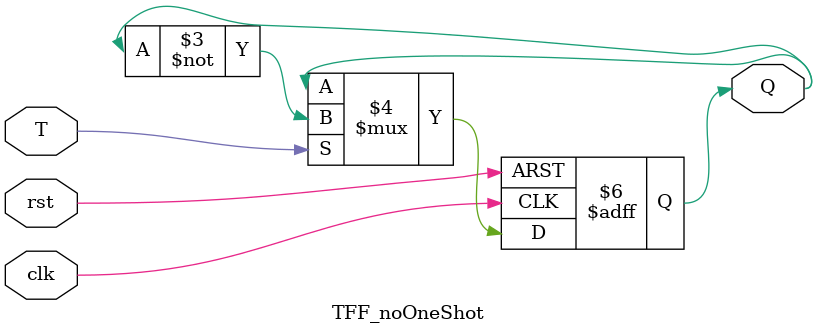
<source format=v>
`timescale 1ns / 1ps


module TFF_noOneShot(clk,rst,T,Q);
input clk, rst, T;
output reg Q;

always @(posedge clk or negedge rst) begin
if(!rst)
    Q<=1'b0;
else if(T)
    Q<=~Q;    

end

endmodule

</source>
